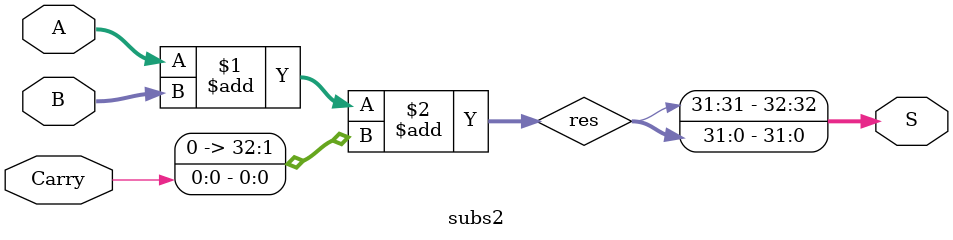
<source format=sv>
`timescale 1ns/1ps

module subs2 #(
    parameter integer DATA_W = 32
)(
    input logic [DATA_W -1 :0] A,
    input logic [DATA_W -1 :0] B,
    input logic  Carry,
    output logic [DATA_W  :0] S
);
    wire [DATA_W :0] res;
    assign res = A + B + { {DATA_W-1{1'b0}},Carry};
    assign S = {res[DATA_W-1],res[DATA_W-1:0]};
endmodule
</source>
